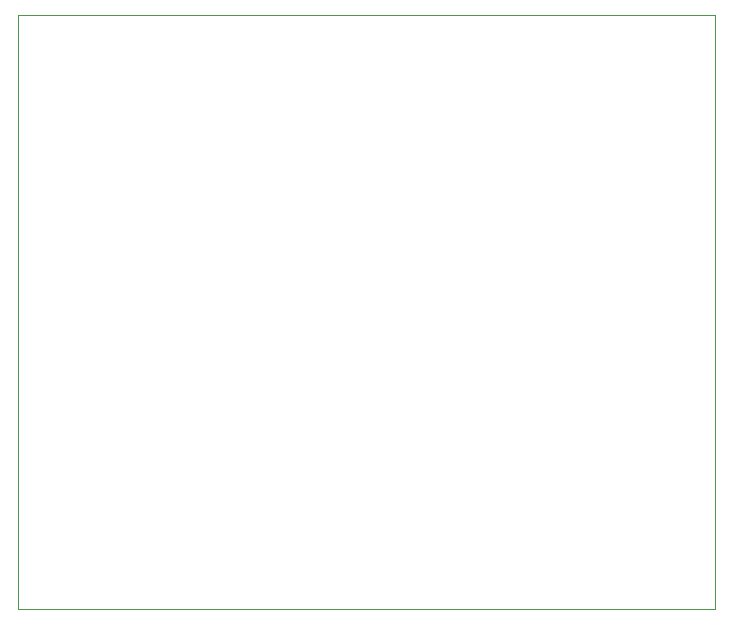
<source format=gbr>
%TF.GenerationSoftware,KiCad,Pcbnew,8.0.5*%
%TF.CreationDate,2024-10-23T10:28:49+02:00*%
%TF.ProjectId,Breakout board,42726561-6b6f-4757-9420-626f6172642e,rev?*%
%TF.SameCoordinates,Original*%
%TF.FileFunction,Profile,NP*%
%FSLAX46Y46*%
G04 Gerber Fmt 4.6, Leading zero omitted, Abs format (unit mm)*
G04 Created by KiCad (PCBNEW 8.0.5) date 2024-10-23 10:28:49*
%MOMM*%
%LPD*%
G01*
G04 APERTURE LIST*
%TA.AperFunction,Profile*%
%ADD10C,0.050000*%
%TD*%
G04 APERTURE END LIST*
D10*
X117475000Y-43180000D02*
X176530000Y-43180000D01*
X176530000Y-93472000D01*
X117475000Y-93472000D01*
X117475000Y-43180000D01*
M02*

</source>
